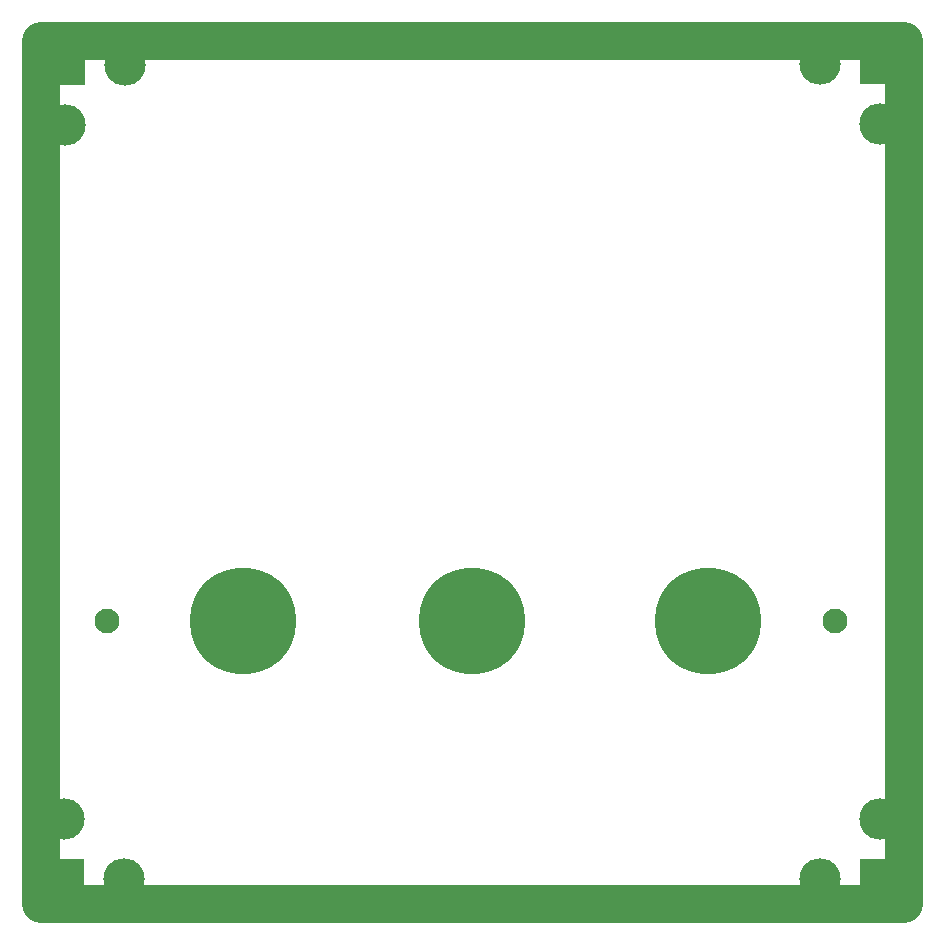
<source format=gbr>
%TF.GenerationSoftware,KiCad,Pcbnew,7.0.5-0*%
%TF.CreationDate,2024-04-21T21:04:40-04:00*%
%TF.ProjectId,swr_meter_top,7377725f-6d65-4746-9572-5f746f702e6b,rev?*%
%TF.SameCoordinates,Original*%
%TF.FileFunction,Soldermask,Top*%
%TF.FilePolarity,Negative*%
%FSLAX46Y46*%
G04 Gerber Fmt 4.6, Leading zero omitted, Abs format (unit mm)*
G04 Created by KiCad (PCBNEW 7.0.5-0) date 2024-04-21 21:04:40*
%MOMM*%
%LPD*%
G01*
G04 APERTURE LIST*
%ADD10C,3.200000*%
%ADD11C,9.000000*%
%ADD12C,2.100000*%
%ADD13R,3.500000X3.500000*%
%ADD14O,3.500000X3.500000*%
G04 APERTURE END LIST*
D10*
%TO.C,REF\u002A\u002A*%
X101615282Y-25467192D02*
X174615282Y-25467192D01*
X174615282Y-25467192D02*
X174615282Y-98467192D01*
X174615282Y-98467192D02*
X101615282Y-98467192D01*
X101615282Y-98467192D02*
X101615282Y-25467192D01*
%TD*%
D11*
%TO.C,REF\u002A\u002A*%
X118700001Y-74499992D03*
%TD*%
%TO.C,REF\u002A\u002A*%
X138065001Y-74499992D03*
%TD*%
D12*
%TO.C,H21*%
X168845082Y-74499992D03*
%TD*%
%TO.C,H20*%
X107185082Y-74499992D03*
%TD*%
D11*
%TO.C,REF\u002A\u002A*%
X158065001Y-74499992D03*
%TD*%
D13*
%TO.C,J44*%
X103585882Y-27424992D03*
D14*
X108665882Y-27424992D03*
X103585882Y-32504992D03*
%TD*%
D13*
%TO.C,J42*%
X103515882Y-96359992D03*
D14*
X103515882Y-91279992D03*
X108595882Y-96359992D03*
%TD*%
D13*
%TO.C,J41*%
X172645882Y-96354992D03*
D14*
X167565882Y-96354992D03*
X172645882Y-91274992D03*
%TD*%
D13*
%TO.C,J43*%
X172640882Y-27419992D03*
D14*
X172640882Y-32499992D03*
X167560882Y-27419992D03*
%TD*%
M02*

</source>
